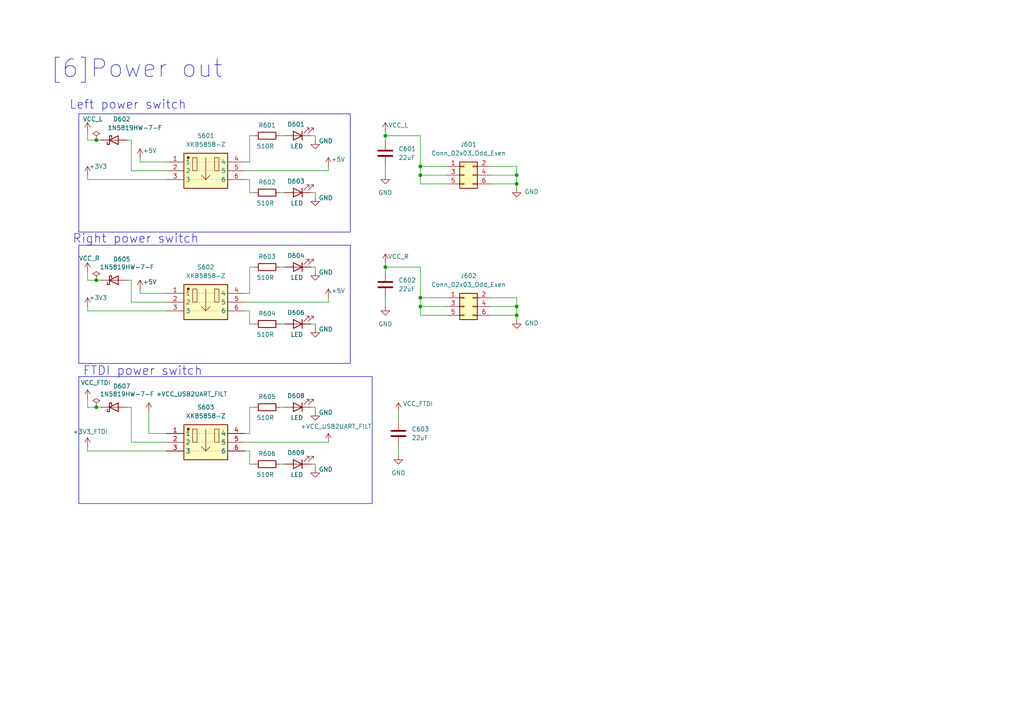
<source format=kicad_sch>
(kicad_sch (version 20250114) (generator "eeschema") (generator_version "9.0")
  (paper "A4")
  (lib_symbols
    (symbol "Connector_Generic:Conn_02x03_Odd_Even" (pin_names (offset 1.016) (hide yes))
      (property "Reference" "J" (at 1.27 5.08 0))
      (property "Value" "Conn_02x03_Odd_Even" (at 1.27 -5.08 0))
      (symbol "Conn_02x03_Odd_Even_1_1"
        (rectangle (start -1.27 3.81) (end 3.81 -3.81) (stroke (width 0.254)) (fill (type background)))
        (rectangle (start -1.27 2.667) (end 0 2.413) (stroke (width 0.1524)))
        (rectangle (start -1.27 0.127) (end 0 -0.127) (stroke (width 0.1524)))
        (rectangle (start -1.27 -2.413) (end 0 -2.667) (stroke (width 0.1524)))
        (rectangle (start 3.81 2.667) (end 2.54 2.413) (stroke (width 0.1524)))
        (rectangle (start 3.81 0.127) (end 2.54 -0.127) (stroke (width 0.1524)))
        (rectangle (start 3.81 -2.413) (end 2.54 -2.667) (stroke (width 0.1524)))
        (pin passive line (at -5.08 2.54 0) (length 3.81) (name "Pin_1") (number "1"))
        (pin passive line (at -5.08 0 0) (length 3.81) (name "Pin_3") (number "3"))
        (pin passive line (at -5.08 -2.54 0) (length 3.81) (name "Pin_5") (number "5"))
        (pin passive line (at 7.62 2.54 180) (length 3.81) (name "Pin_2") (number "2"))
        (pin passive line (at 7.62 0 180) (length 3.81) (name "Pin_4") (number "4"))
        (pin passive line (at 7.62 -2.54 180) (length 3.81) (name "Pin_6") (number "6"))
      )
    )
    (symbol "Device:C" (pin_numbers (hide yes)) (pin_names (offset 0.254))
      (property "Reference" "C" (at 0.635 2.54 0))
      (property "Value" "C" (at 0.635 -2.54 0))
      (symbol "C_0_1"
        (polyline (pts (xy -2.032 0.762) (xy 2.032 0.762)) (stroke (width 0.508)))
        (polyline (pts (xy -2.032 -0.762) (xy 2.032 -0.762)) (stroke (width 0.508)))
      )
      (symbol "C_1_1"
        (pin passive line (at 0 3.81 270) (length 2.794) (name "~") (number "1"))
        (pin passive line (at 0 -3.81 90) (length 2.794) (name "~") (number "2"))
      )
    )
    (symbol "Device:D_Schottky" (pin_numbers (hide yes)) (pin_names (offset 1.016) (hide yes))
      (property "Reference" "D" (at 0 2.54 0))
      (property "Value" "D_Schottky" (at 0 -2.54 0))
      (symbol "D_Schottky_0_1"
        (polyline (pts (xy -1.905 0.635) (xy -1.905 1.27) (xy -1.27 1.27) (xy -1.27 -1.27) (xy -0.635 -1.27) (xy -0.635 -0.635)) (stroke (width 0.254)))
        (polyline (pts (xy 1.27 1.27) (xy 1.27 -1.27) (xy -1.27 0) (xy 1.27 1.27)) (stroke (width 0.254)))
        (polyline (pts (xy 1.27 0) (xy -1.27 0)))
      )
      (symbol "D_Schottky_1_1"
        (pin passive line (at -3.81 0 0) (length 2.54) (name "K") (number "1"))
        (pin passive line (at 3.81 0 180) (length 2.54) (name "A") (number "2"))
      )
    )
    (symbol "Device:LED" (pin_numbers (hide yes)) (pin_names (offset 1.016) (hide yes))
      (property "Reference" "D" (at 0 2.54 0))
      (property "Value" "LED" (at 0 -2.54 0))
      (symbol "LED_0_1"
        (polyline (pts (xy -3.048 -0.762) (xy -4.572 -2.286) (xy -3.81 -2.286) (xy -4.572 -2.286) (xy -4.572 -1.524)))
        (polyline (pts (xy -1.778 -0.762) (xy -3.302 -2.286) (xy -2.54 -2.286) (xy -3.302 -2.286) (xy -3.302 -1.524)))
        (polyline (pts (xy -1.27 0) (xy 1.27 0)))
        (polyline (pts (xy -1.27 -1.27) (xy -1.27 1.27)) (stroke (width 0.254)))
        (polyline (pts (xy 1.27 -1.27) (xy 1.27 1.27) (xy -1.27 0) (xy 1.27 -1.27)) (stroke (width 0.254)))
      )
      (symbol "LED_1_1"
        (pin passive line (at -3.81 0 0) (length 2.54) (name "K") (number "1"))
        (pin passive line (at 3.81 0 180) (length 2.54) (name "A") (number "2"))
      )
    )
    (symbol "Device:R" (pin_numbers (hide yes)) (pin_names (offset 0))
      (property "Reference" "R" (at 2.032 0 90))
      (property "Value" "R" (at 0 0 90))
      (symbol "R_0_1"
        (rectangle (start -1.016 -2.54) (end 1.016 2.54) (stroke (width 0.254)))
      )
      (symbol "R_1_1"
        (pin passive line (at 0 3.81 270) (length 1.27) (name "~") (number "1"))
        (pin passive line (at 0 -3.81 90) (length 1.27) (name "~") (number "2"))
      )
    )
    (symbol "power:+3.3V" (power) (pin_numbers (hide yes)) (pin_names (offset 0) (hide yes))
      (property "Value" "+3.3V" (at 0 3.556 0))
      (symbol "+3.3V_0_1"
        (polyline (pts (xy -0.762 1.27) (xy 0 2.54)))
        (polyline (pts (xy 0 2.54) (xy 0.762 1.27)))
        (polyline (pts (xy 0 0) (xy 0 2.54)))
      )
      (symbol "+3.3V_1_1"
        (pin power_in line (at 0 0 90) (length 0) (name "~") (number "1"))
      )
    )
    (symbol "power:+5V" (power) (pin_numbers (hide yes)) (pin_names (offset 0) (hide yes))
      (property "Value" "+5V" (at 0 3.556 0))
      (symbol "+5V_0_1"
        (polyline (pts (xy -0.762 1.27) (xy 0 2.54)))
        (polyline (pts (xy 0 2.54) (xy 0.762 1.27)))
        (polyline (pts (xy 0 0) (xy 0 2.54)))
      )
      (symbol "+5V_1_1"
        (pin power_in line (at 0 0 90) (length 0) (name "~") (number "1"))
      )
    )
    (symbol "power:GND" (power) (pin_numbers (hide yes)) (pin_names (offset 0) (hide yes))
      (property "Value" "GND" (at 0 -3.81 0))
      (symbol "GND_0_1"
        (polyline (pts (xy 0 0) (xy 0 -1.27) (xy 1.27 -1.27) (xy 0 -2.54) (xy -1.27 -1.27) (xy 0 -1.27)))
      )
      (symbol "GND_1_1"
        (pin power_in line (at 0 0 270) (length 0) (name "~") (number "1"))
      )
    )
    (symbol "power:PWR_FLAG" (power) (pin_numbers (hide yes)) (pin_names (offset 0) (hide yes))
      (property "Value" "PWR_FLAG" (at 0 3.81 0))
      (symbol "PWR_FLAG_0_0"
        (pin power_out line (at 0 0 90) (length 0) (name "~") (number "1"))
      )
      (symbol "PWR_FLAG_0_1"
        (polyline (pts (xy 0 0) (xy 0 1.27) (xy -1.016 1.905) (xy 0 2.54) (xy 1.016 1.905) (xy 0 1.27)))
      )
    )
    (symbol "psu:XKB5858-Z"
      (property "Reference" "S" (at 21.59 5.08 0))
      (property "Value" "XKB5858-Z" (at 21.59 2.54 0))
      (symbol "XKB5858-Z_1_1"
        (rectangle (start 0 0) (end 12.7 -10.16) (stroke (width 0.254)) (fill (type background)))
        (polyline (pts (xy 0 -2.54) (xy 12.7 -2.54)) (stroke (width 0) (type dot)))
        (polyline (pts (xy 0 -5.08) (xy 12.7 -5.08)) (stroke (width 0) (type dot)))
        (polyline (pts (xy 0 -7.62) (xy 12.7 -7.62)) (stroke (width 0) (type dot)))
        (circle (center 1.27 -1.27) (radius 0.3175) (fill (type outline)))
        (rectangle (start 2.54 -1.27) (end 3.81 -5.08))
        (polyline (pts (xy 5.08 -6.35) (xy 6.35 -7.62)))
        (polyline (pts (xy 6.35 -1.27) (xy 6.35 -7.62)))
        (polyline (pts (xy 6.35 -7.62) (xy 6.35 -7.62)))
        (polyline (pts (xy 6.35 -7.62) (xy 7.62 -6.35)))
        (rectangle (start 8.89 -1.27) (end 10.16 -5.08))
        (pin passive line (at -5.08 -2.54 0) (length 5.08) (name "1") (number "1"))
        (pin passive line (at -5.08 -5.08 0) (length 5.08) (name "2") (number "2"))
        (pin passive line (at -5.08 -7.62 0) (length 5.08) (name "3") (number "3"))
        (pin passive line (at 17.78 -2.54 180) (length 5.08) (name "4") (number "4"))
        (pin passive line (at 17.78 -5.08 180) (length 5.08) (name "5") (number "5"))
        (pin passive line (at 17.78 -7.62 180) (length 5.08) (name "6") (number "6"))
      )
    )
  )
  (rectangle (start 22.86 109.22) (end 107.95 146.05))
  (rectangle (start 22.86 33.02) (end 101.6 67.31))
  (rectangle (start 22.86 71.12) (end 101.6 105.41))
  (text "FTDI power switch" (at 41.402 107.696 0) (effects (font (size 2.54 2.54))))
  (text "Left power switch" (at 37.084 30.48 0) (effects (font (size 2.54 2.54))))
  (text "Right power switch" (at 39.37 69.342 0) (effects (font (size 2.54 2.54))))
  (text "[6]Power out" (at 39.624 20.066 0) (effects (font (size 5.08 5.08))))
  (junction (at 149.86 50.8))
  (junction (at 121.92 48.26))
  (junction (at 27.94 40.64))
  (junction (at 149.86 53.34))
  (junction (at 121.92 88.9))
  (junction (at 27.94 118.11))
  (junction (at 121.92 86.36))
  (junction (at 149.86 88.9))
  (junction (at 27.94 81.28))
  (junction (at 111.76 77.47))
  (junction (at 111.76 39.37))
  (junction (at 121.92 50.8))
  (junction (at 149.86 91.44))
  (wire (pts (xy 121.92 86.36) (xy 129.54 86.36)))
  (wire (pts (xy 111.76 76.2) (xy 111.76 77.47)))
  (wire (pts (xy 72.39 130.81) (xy 72.39 134.62)))
  (wire (pts (xy 142.24 91.44) (xy 149.86 91.44)))
  (wire (pts (xy 25.4 130.81) (xy 48.26 130.81)))
  (wire (pts (xy 72.39 125.73) (xy 72.39 118.11)))
  (wire (pts (xy 71.12 85.09) (xy 72.39 85.09)))
  (wire (pts (xy 129.54 88.9) (xy 121.92 88.9)))
  (wire (pts (xy 90.17 93.98) (xy 91.44 93.98)))
  (wire (pts (xy 72.39 52.07) (xy 71.12 52.07)))
  (wire (pts (xy 111.76 88.9) (xy 111.76 86.36)))
  (wire (pts (xy 73.66 134.62) (xy 72.39 134.62)))
  (wire (pts (xy 72.39 118.11) (xy 73.66 118.11)))
  (wire (pts (xy 81.28 93.98) (xy 82.55 93.98)))
  (wire (pts (xy 72.39 46.99) (xy 72.39 39.37)))
  (wire (pts (xy 129.54 91.44) (xy 121.92 91.44)))
  (wire (pts (xy 90.17 118.11) (xy 91.44 118.11)))
  (wire (pts (xy 25.4 129.54) (xy 25.4 130.81)))
  (wire (pts (xy 25.4 81.28) (xy 27.94 81.28)))
  (wire (pts (xy 129.54 50.8) (xy 121.92 50.8)))
  (wire (pts (xy 149.86 88.9) (xy 149.86 91.44)))
  (wire (pts (xy 121.92 39.37) (xy 121.92 48.26)))
  (wire (pts (xy 72.39 90.17) (xy 72.39 93.98)))
  (wire (pts (xy 71.12 46.99) (xy 72.39 46.99)))
  (wire (pts (xy 25.4 40.64) (xy 27.94 40.64)))
  (wire (pts (xy 38.1 49.53) (xy 48.26 49.53)))
  (wire (pts (xy 142.24 53.34) (xy 149.86 53.34)))
  (wire (pts (xy 38.1 128.27) (xy 48.26 128.27)))
  (wire (pts (xy 149.86 53.34) (xy 149.86 54.61)))
  (wire (pts (xy 40.64 46.99) (xy 48.26 46.99)))
  (wire (pts (xy 121.92 88.9) (xy 121.92 86.36)))
  (wire (pts (xy 81.28 77.47) (xy 82.55 77.47)))
  (wire (pts (xy 149.86 50.8) (xy 149.86 53.34)))
  (wire (pts (xy 38.1 118.11) (xy 38.1 128.27)))
  (wire (pts (xy 81.28 55.88) (xy 82.55 55.88)))
  (wire (pts (xy 25.4 50.8) (xy 25.4 52.07)))
  (wire (pts (xy 142.24 50.8) (xy 149.86 50.8)))
  (wire (pts (xy 36.83 40.64) (xy 38.1 40.64)))
  (wire (pts (xy 121.92 77.47) (xy 121.92 86.36)))
  (wire (pts (xy 95.25 86.36) (xy 95.25 87.63)))
  (wire (pts (xy 72.39 77.47) (xy 73.66 77.47)))
  (wire (pts (xy 81.28 39.37) (xy 82.55 39.37)))
  (wire (pts (xy 121.92 48.26) (xy 129.54 48.26)))
  (wire (pts (xy 90.17 77.47) (xy 91.44 77.47)))
  (wire (pts (xy 91.44 118.11) (xy 91.44 119.38)))
  (wire (pts (xy 149.86 91.44) (xy 149.86 92.71)))
  (wire (pts (xy 142.24 86.36) (xy 149.86 86.36)))
  (wire (pts (xy 27.94 40.64) (xy 29.21 40.64)))
  (wire (pts (xy 40.64 83.82) (xy 40.64 85.09)))
  (wire (pts (xy 27.94 81.28) (xy 29.21 81.28)))
  (wire (pts (xy 121.92 91.44) (xy 121.92 88.9)))
  (wire (pts (xy 149.86 86.36) (xy 149.86 88.9)))
  (wire (pts (xy 38.1 87.63) (xy 48.26 87.63)))
  (wire (pts (xy 121.92 53.34) (xy 121.92 50.8)))
  (wire (pts (xy 43.18 119.38) (xy 43.18 125.73)))
  (wire (pts (xy 115.57 132.08) (xy 115.57 129.54)))
  (wire (pts (xy 91.44 77.47) (xy 91.44 78.74)))
  (wire (pts (xy 27.94 118.11) (xy 29.21 118.11)))
  (wire (pts (xy 25.4 52.07) (xy 48.26 52.07)))
  (wire (pts (xy 40.64 85.09) (xy 48.26 85.09)))
  (wire (pts (xy 111.76 77.47) (xy 111.76 78.74)))
  (wire (pts (xy 81.28 118.11) (xy 82.55 118.11)))
  (wire (pts (xy 95.25 48.26) (xy 95.25 49.53)))
  (wire (pts (xy 71.12 125.73) (xy 72.39 125.73)))
  (wire (pts (xy 90.17 134.62) (xy 91.44 134.62)))
  (wire (pts (xy 73.66 93.98) (xy 72.39 93.98)))
  (wire (pts (xy 142.24 48.26) (xy 149.86 48.26)))
  (wire (pts (xy 111.76 38.1) (xy 111.76 39.37)))
  (wire (pts (xy 72.39 90.17) (xy 71.12 90.17)))
  (wire (pts (xy 91.44 134.62) (xy 91.44 135.89)))
  (wire (pts (xy 38.1 81.28) (xy 36.83 81.28)))
  (wire (pts (xy 73.66 55.88) (xy 72.39 55.88)))
  (wire (pts (xy 25.4 88.9) (xy 25.4 90.17)))
  (wire (pts (xy 81.28 134.62) (xy 82.55 134.62)))
  (wire (pts (xy 25.4 115.57) (xy 25.4 118.11)))
  (wire (pts (xy 25.4 118.11) (xy 27.94 118.11)))
  (wire (pts (xy 72.39 130.81) (xy 71.12 130.81)))
  (wire (pts (xy 25.4 78.74) (xy 25.4 81.28)))
  (wire (pts (xy 71.12 128.27) (xy 95.25 128.27)))
  (wire (pts (xy 91.44 39.37) (xy 91.44 40.64)))
  (wire (pts (xy 142.24 88.9) (xy 149.86 88.9)))
  (wire (pts (xy 149.86 48.26) (xy 149.86 50.8)))
  (wire (pts (xy 36.83 118.11) (xy 38.1 118.11)))
  (wire (pts (xy 90.17 39.37) (xy 91.44 39.37)))
  (wire (pts (xy 71.12 87.63) (xy 95.25 87.63)))
  (wire (pts (xy 121.92 50.8) (xy 121.92 48.26)))
  (wire (pts (xy 25.4 90.17) (xy 48.26 90.17)))
  (wire (pts (xy 111.76 50.8) (xy 111.76 48.26)))
  (wire (pts (xy 111.76 77.47) (xy 121.92 77.47)))
  (wire (pts (xy 38.1 40.64) (xy 38.1 49.53)))
  (wire (pts (xy 71.12 49.53) (xy 95.25 49.53)))
  (wire (pts (xy 90.17 55.88) (xy 91.44 55.88)))
  (wire (pts (xy 72.39 39.37) (xy 73.66 39.37)))
  (wire (pts (xy 43.18 125.73) (xy 48.26 125.73)))
  (wire (pts (xy 72.39 85.09) (xy 72.39 77.47)))
  (wire (pts (xy 25.4 38.1) (xy 25.4 40.64)))
  (wire (pts (xy 91.44 55.88) (xy 91.44 57.15)))
  (wire (pts (xy 115.57 119.38) (xy 115.57 121.92)))
  (wire (pts (xy 91.44 93.98) (xy 91.44 95.25)))
  (wire (pts (xy 40.64 45.72) (xy 40.64 46.99)))
  (wire (pts (xy 129.54 53.34) (xy 121.92 53.34)))
  (wire (pts (xy 111.76 39.37) (xy 111.76 40.64)))
  (wire (pts (xy 38.1 81.28) (xy 38.1 87.63)))
  (wire (pts (xy 111.76 39.37) (xy 121.92 39.37)))
  (wire (pts (xy 72.39 52.07) (xy 72.39 55.88)))
  (symbol (lib_id "Device:R") (at 77.47 77.47 270) (unit 1)
    (property "Reference" "R603" (at 77.47 74.422 90))
    (property "Value" "510R" (at 76.962 80.518 90))
    (property "Footprint" "Resistor_SMD:R_0402_1005Metric" (effects (hide yes)))
    (property "Description" "Resistor" (effects (hide yes)))
    (property "Manufacturer" "UNI-ROYAL" (effects (hide yes)))
    (property "Manufacturer Part Number" "0402WGF5100TCE" (effects (hide yes)))
  )
  (symbol (lib_id "Device:R") (at 77.47 118.11 270) (unit 1)
    (property "Reference" "R605" (at 77.47 115.062 90))
    (property "Value" "510R" (at 76.962 121.158 90))
    (property "Footprint" "Resistor_SMD:R_0402_1005Metric" (effects (hide yes)))
    (property "Description" "Resistor" (effects (hide yes)))
    (property "Manufacturer" "UNI-ROYAL" (effects (hide yes)))
    (property "Manufacturer Part Number" "0402WGF5100TCE" (effects (hide yes)))
  )
  (symbol (lib_id "Device:C") (at 115.57 125.73 0) (unit 1)
    (property "Reference" "C603" (at 119.38 124.46 0) (effects (justify left)))
    (property "Value" "22uF" (at 119.38 127 0) (effects (justify left)))
    (property "Footprint" "Capacitor_SMD:C_0603_1608Metric" (effects (hide yes)))
    (property "Manufacturer" "Samsung Electro-Mechanics" (effects (hide yes)))
    (property "DigiKey Part Number" "1276-6687-6-ND" (effects (hide yes)))
    (property "Manufacturer Part Number" "CL10A226MP8NUNE" (effects (hide yes)))
  )
  (symbol (lib_id "power:+3.3V") (at 95.25 86.36 0) (unit 1)
    (property "Reference" "#PWR0614" (effects (hide yes)))
    (property "Value" "+5V" (at 98.044 84.328 0))
    (property "Description" "Power symbol creates a global label with name \"+5V\"" (effects (hide yes)))
  )
  (symbol (lib_id "Device:R") (at 77.47 39.37 270) (unit 1)
    (property "Reference" "R601" (at 77.47 36.322 90))
    (property "Value" "510R" (at 76.962 42.418 90))
    (property "Footprint" "Resistor_SMD:R_0402_1005Metric" (effects (hide yes)))
    (property "Description" "Resistor" (effects (hide yes)))
    (property "Manufacturer" "UNI-ROYAL" (effects (hide yes)))
    (property "Manufacturer Part Number" "0402WGF5100TCE" (effects (hide yes)))
  )
  (symbol (lib_id "Device:D_Schottky") (at 33.02 81.28 0) (mirror x) (unit 1)
    (property "Reference" "D605" (at 35.306 75.184 0))
    (property "Value" "1N5819HW-7-F" (at 36.83 77.47 0))
    (property "Footprint" "Diode_SMD:D_SOD-123" (effects (hide yes)))
    (property "Description" "Schottky diode" (effects (hide yes)))
    (property "Manufacturer" "DIODES" (effects (hide yes)))
    (property "Manufacturer Part Number" "1N5819HW-7-F" (effects (hide yes)))
  )
  (symbol (lib_id "power:GND") (at 149.86 54.61 0) (mirror y) (unit 1)
    (property "Reference" "#PWR0608" (effects (hide yes)))
    (property "Value" "GND" (at 154.178 55.626 0))
    (property "Description" "Power symbol creates a global label with name \"GND\" , ground" (effects (hide yes)))
  )
  (symbol (lib_id "Device:D_Schottky") (at 33.02 118.11 0) (mirror x) (unit 1)
    (property "Reference" "D607" (at 35.306 112.014 0))
    (property "Value" "1N5819HW-7-F" (at 36.83 114.3 0))
    (property "Footprint" "Diode_SMD:D_SOD-123" (effects (hide yes)))
    (property "Description" "Schottky diode" (effects (hide yes)))
    (property "Manufacturer" "DIODES" (effects (hide yes)))
    (property "Manufacturer Part Number" "1N5819HW-7-F" (effects (hide yes)))
  )
  (symbol (lib_id "power:PWR_FLAG") (at 27.94 40.64 0) (unit 1)
    (property "Reference" "#FLG0601" (effects (hide yes)))
    (property "Value" "PWR_FLAG" (effects (hide yes)))
    (property "Description" "Special symbol for telling ERC where power comes from" (effects (hide yes)))
  )
  (symbol (lib_id "power:GND") (at 91.44 95.25 0) (mirror y) (unit 1)
    (property "Reference" "#PWR0618" (effects (hide yes)))
    (property "Value" "GND" (at 94.488 95.504 0))
    (property "Description" "Power symbol creates a global label with name \"GND\" , ground" (effects (hide yes)))
  )
  (symbol (lib_id "power:PWR_FLAG") (at 27.94 81.28 0) (unit 1)
    (property "Reference" "#FLG0602" (effects (hide yes)))
    (property "Value" "PWR_FLAG" (effects (hide yes)))
    (property "Description" "Special symbol for telling ERC where power comes from" (effects (hide yes)))
  )
  (symbol (lib_id "power:GND") (at 91.44 78.74 0) (mirror y) (unit 1)
    (property "Reference" "#PWR0612" (effects (hide yes)))
    (property "Value" "GND" (at 94.488 78.994 0))
    (property "Description" "Power symbol creates a global label with name \"GND\" , ground" (effects (hide yes)))
  )
  (symbol (lib_id "Device:LED") (at 86.36 55.88 180) (unit 1)
    (property "Reference" "D603" (at 85.852 52.578 0))
    (property "Value" "LED" (at 86.106 58.928 0))
    (property "Footprint" "LED_SMD:LED_0603_1608Metric" (effects (hide yes)))
    (property "Description" "Light emitting diode" (effects (hide yes)))
    (property "Sim.Pins" "1=K 2=A" (effects (hide yes)))
    (property "Manufacturer" "XINGLIGHT" (effects (hide yes)))
    (property "Manufacturer Part Number" "XL-1608SURC-06" (effects (hide yes)))
  )
  (symbol (lib_id "power:+3.3V") (at 25.4 50.8 0) (unit 1)
    (property "Reference" "#PWR0606" (effects (hide yes)))
    (property "Value" "+3V3" (at 28.448 48.26 0))
    (property "Description" "Power symbol creates a global label with name \"+3.3V\"" (effects (hide yes)))
  )
  (symbol (lib_id "Connector_Generic:Conn_02x03_Odd_Even") (at 134.62 50.8 0) (unit 1)
    (property "Reference" "J601" (at 135.89 41.91 0))
    (property "Value" "Conn_02x03_Odd_Even" (at 135.89 44.45 0))
    (property "Footprint" "Connector_PinHeader_2.54mm:PinHeader_2x03_P2.54mm_Vertical" (effects (hide yes)))
    (property "Description" "Generic connector, double row, 02x03, odd/even pin numbering scheme (row 1 odd numbers, row 2 even numbers), script generated (kicad-library-utils/schlib/autogen/connector/)" (effects (hide yes)))
  )
  (symbol (lib_id "Device:LED") (at 86.36 93.98 180) (unit 1)
    (property "Reference" "D606" (at 85.852 90.678 0))
    (property "Value" "LED" (at 86.106 97.028 0))
    (property "Footprint" "LED_SMD:LED_0603_1608Metric" (effects (hide yes)))
    (property "Description" "Light emitting diode" (effects (hide yes)))
    (property "Sim.Pins" "1=K 2=A" (effects (hide yes)))
    (property "Manufacturer" "XINGLIGHT" (effects (hide yes)))
    (property "Manufacturer Part Number" "XL-1608SURC-06" (effects (hide yes)))
  )
  (symbol (lib_id "Connector_Generic:Conn_02x03_Odd_Even") (at 134.62 88.9 0) (unit 1)
    (property "Reference" "J602" (at 135.89 80.01 0))
    (property "Value" "Conn_02x03_Odd_Even" (at 135.89 82.55 0))
    (property "Footprint" "Connector_PinHeader_2.54mm:PinHeader_2x03_P2.54mm_Vertical" (effects (hide yes)))
    (property "Description" "Generic connector, double row, 02x03, odd/even pin numbering scheme (row 1 odd numbers, row 2 even numbers), script generated (kicad-library-utils/schlib/autogen/connector/)" (effects (hide yes)))
  )
  (symbol (lib_id "power:+3.3V") (at 25.4 38.1 0) (unit 1)
    (property "Reference" "#PWR0601" (effects (hide yes)))
    (property "Value" "VCC_L" (at 26.924 34.544 0))
    (property "Description" "Power symbol creates a global label with name \"+5V\"" (effects (hide yes)))
  )
  (symbol (lib_id "Device:LED") (at 86.36 77.47 180) (unit 1)
    (property "Reference" "D604" (at 85.852 74.168 0))
    (property "Value" "LED" (at 86.106 80.518 0))
    (property "Footprint" "LED_SMD:LED_0603_1608Metric" (effects (hide yes)))
    (property "Description" "Light emitting diode" (effects (hide yes)))
    (property "Sim.Pins" "1=K 2=A" (effects (hide yes)))
    (property "Manufacturer" "XINGLIGHT" (effects (hide yes)))
    (property "Manufacturer Part Number" "XL-1608SURC-06" (effects (hide yes)))
  )
  (symbol (lib_id "power:+3.3V") (at 95.25 48.26 0) (unit 1)
    (property "Reference" "#PWR0605" (effects (hide yes)))
    (property "Value" "+5V" (at 98.044 46.228 0))
    (property "Description" "Power symbol creates a global label with name \"+5V\"" (effects (hide yes)))
  )
  (symbol (lib_id "power:+3.3V") (at 25.4 88.9 0) (unit 1)
    (property "Reference" "#PWR0615" (effects (hide yes)))
    (property "Value" "+3V3" (at 28.448 86.36 0))
    (property "Description" "Power symbol creates a global label with name \"+3.3V\"" (effects (hide yes)))
  )
  (symbol (lib_id "power:GND") (at 115.57 132.08 0) (mirror y) (unit 1)
    (property "Reference" "#PWR0625" (effects (hide yes)))
    (property "Value" "GND" (at 115.57 137.16 0))
    (property "Description" "Power symbol creates a global label with name \"GND\" , ground" (effects (hide yes)))
  )
  (symbol (lib_id "power:+3.3V") (at 111.76 38.1 0) (unit 1)
    (property "Reference" "#PWR0602" (effects (hide yes)))
    (property "Value" "VCC_L" (at 115.57 36.322 0))
    (property "Description" "Power symbol creates a global label with name \"+5V\"" (effects (hide yes)))
  )
  (symbol (lib_id "Device:R") (at 77.47 55.88 270) (unit 1)
    (property "Reference" "R602" (at 77.47 52.832 90))
    (property "Value" "510R" (at 76.962 58.928 90))
    (property "Footprint" "Resistor_SMD:R_0402_1005Metric" (effects (hide yes)))
    (property "Description" "Resistor" (effects (hide yes)))
    (property "Manufacturer" "UNI-ROYAL" (effects (hide yes)))
    (property "Manufacturer Part Number" "0402WGF5100TCE" (effects (hide yes)))
  )
  (symbol (lib_id "Device:LED") (at 86.36 118.11 180) (unit 1)
    (property "Reference" "D608" (at 85.852 114.808 0))
    (property "Value" "LED" (at 86.106 121.158 0))
    (property "Footprint" "LED_SMD:LED_0603_1608Metric" (effects (hide yes)))
    (property "Description" "Light emitting diode" (effects (hide yes)))
    (property "Sim.Pins" "1=K 2=A" (effects (hide yes)))
    (property "Manufacturer" "XINGLIGHT" (effects (hide yes)))
    (property "Manufacturer Part Number" "XL-1608SURC-06" (effects (hide yes)))
  )
  (symbol (lib_id "power:+3.3V") (at 40.64 45.72 0) (unit 1)
    (property "Reference" "#PWR0604" (effects (hide yes)))
    (property "Value" "+5V" (at 43.434 43.688 0))
    (property "Description" "Power symbol creates a global label with name \"+5V\"" (effects (hide yes)))
  )
  (symbol (lib_id "psu:XKB5858-Z") (at 53.34 44.45 0) (unit 1)
    (property "Reference" "S601" (at 59.69 39.37 0))
    (property "Value" "XKB5858-Z" (at 59.69 41.91 0))
    (property "Footprint" "psu:XKB5858Z" (effects (hide yes)))
    (property "Datasheet" "http://www.helloxkb.com/public/images/pdf/XKB5858-X.pdf" (effects (hide yes)))
    (property "Description" "Button switch 5.8x5.8x10 plug-in self-locking tall PPA" (effects (hide yes)))
    (property "Height" "10.1" (effects (hide yes)))
    (property "Manufacturer" "XKB Connectivity" (effects (hide yes)))
    (property "Manufacturer Part Number" "XKB5858-Z" (effects (hide yes)))
  )
  (symbol (lib_id "power:+5V") (at 25.4 129.54 0) (unit 1)
    (property "Reference" "#PWR0624" (effects (hide yes)))
    (property "Value" "+3V3_FTDI" (at 21.082 125.222 0) (effects (justify left)))
    (property "Description" "Power symbol creates a global label with name \"+5V\"" (effects (hide yes)))
  )
  (symbol (lib_id "power:GND") (at 91.44 57.15 0) (mirror y) (unit 1)
    (property "Reference" "#PWR0609" (effects (hide yes)))
    (property "Value" "GND" (at 94.488 57.404 0))
    (property "Description" "Power symbol creates a global label with name \"GND\" , ground" (effects (hide yes)))
  )
  (symbol (lib_id "Device:R") (at 77.47 134.62 270) (unit 1)
    (property "Reference" "R606" (at 77.47 131.572 90))
    (property "Value" "510R" (at 76.962 137.668 90))
    (property "Footprint" "Resistor_SMD:R_0402_1005Metric" (effects (hide yes)))
    (property "Description" "Resistor" (effects (hide yes)))
    (property "Manufacturer" "UNI-ROYAL" (effects (hide yes)))
    (property "Manufacturer Part Number" "0402WGF5100TCE" (effects (hide yes)))
  )
  (symbol (lib_id "Device:C") (at 111.76 44.45 0) (unit 1)
    (property "Reference" "C601" (at 115.57 43.18 0) (effects (justify left)))
    (property "Value" "22uF" (at 115.57 45.72 0) (effects (justify left)))
    (property "Footprint" "Capacitor_SMD:C_0603_1608Metric" (effects (hide yes)))
    (property "Manufacturer" "Samsung Electro-Mechanics" (effects (hide yes)))
    (property "DigiKey Part Number" "1276-6687-6-ND" (effects (hide yes)))
    (property "Manufacturer Part Number" "CL10A226MP8NUNE" (effects (hide yes)))
  )
  (symbol (lib_id "power:GND") (at 91.44 40.64 0) (mirror y) (unit 1)
    (property "Reference" "#PWR0603" (effects (hide yes)))
    (property "Value" "GND" (at 94.488 40.894 0))
    (property "Description" "Power symbol creates a global label with name \"GND\" , ground" (effects (hide yes)))
  )
  (symbol (lib_id "Device:LED") (at 86.36 134.62 180) (unit 1)
    (property "Reference" "D609" (at 85.852 131.318 0))
    (property "Value" "LED" (at 86.106 137.668 0))
    (property "Footprint" "LED_SMD:LED_0603_1608Metric" (effects (hide yes)))
    (property "Description" "Light emitting diode" (effects (hide yes)))
    (property "Sim.Pins" "1=K 2=A" (effects (hide yes)))
    (property "Manufacturer" "XINGLIGHT" (effects (hide yes)))
    (property "Manufacturer Part Number" "XL-1608SURC-06" (effects (hide yes)))
  )
  (symbol (lib_id "power:GND") (at 91.44 135.89 0) (mirror y) (unit 1)
    (property "Reference" "#PWR0626" (effects (hide yes)))
    (property "Value" "GND" (at 94.488 136.144 0))
    (property "Description" "Power symbol creates a global label with name \"GND\" , ground" (effects (hide yes)))
  )
  (symbol (lib_id "power:GND") (at 91.44 119.38 0) (mirror y) (unit 1)
    (property "Reference" "#PWR0621" (effects (hide yes)))
    (property "Value" "GND" (at 94.488 119.634 0))
    (property "Description" "Power symbol creates a global label with name \"GND\" , ground" (effects (hide yes)))
  )
  (symbol (lib_id "psu:XKB5858-Z") (at 53.34 123.19 0) (unit 1)
    (property "Reference" "S603" (at 59.69 118.11 0))
    (property "Value" "XKB5858-Z" (at 59.69 120.65 0))
    (property "Footprint" "psu:XKB5858Z" (effects (hide yes)))
    (property "Datasheet" "http://www.helloxkb.com/public/images/pdf/XKB5858-X.pdf" (effects (hide yes)))
    (property "Description" "Button switch 5.8x5.8x10 plug-in self-locking tall PPA" (effects (hide yes)))
    (property "Height" "10.1" (effects (hide yes)))
    (property "Manufacturer" "XKB Connectivity" (effects (hide yes)))
    (property "Manufacturer Part Number" "XKB5858-Z" (effects (hide yes)))
  )
  (symbol (lib_id "power:+5V") (at 95.25 128.27 0) (unit 1)
    (property "Reference" "#PWR0623" (effects (hide yes)))
    (property "Value" "+VCC_USB2UART_FILT" (at 87.122 123.698 0) (effects (justify left)))
    (property "Description" "Power symbol creates a global label with name \"+5V\"" (effects (hide yes)))
  )
  (symbol (lib_id "power:+3.3V") (at 40.64 83.82 0) (unit 1)
    (property "Reference" "#PWR0613" (effects (hide yes)))
    (property "Value" "+5V" (at 43.434 81.788 0))
    (property "Description" "Power symbol creates a global label with name \"+5V\"" (effects (hide yes)))
  )
  (symbol (lib_id "Device:LED") (at 86.36 39.37 180) (unit 1)
    (property "Reference" "D601" (at 85.852 36.068 0))
    (property "Value" "LED" (at 86.106 42.418 0))
    (property "Footprint" "LED_SMD:LED_0603_1608Metric" (effects (hide yes)))
    (property "Description" "Light emitting diode" (effects (hide yes)))
    (property "Sim.Pins" "1=K 2=A" (effects (hide yes)))
    (property "Manufacturer" "XINGLIGHT" (effects (hide yes)))
    (property "Manufacturer Part Number" "XL-1608SURC-06" (effects (hide yes)))
  )
  (symbol (lib_id "psu:XKB5858-Z") (at 53.34 82.55 0) (unit 1)
    (property "Reference" "S602" (at 59.69 77.47 0))
    (property "Value" "XKB5858-Z" (at 59.69 80.01 0))
    (property "Footprint" "psu:XKB5858Z" (effects (hide yes)))
    (property "Datasheet" "http://www.helloxkb.com/public/images/pdf/XKB5858-X.pdf" (effects (hide yes)))
    (property "Description" "Button switch 5.8x5.8x10 plug-in self-locking tall PPA" (effects (hide yes)))
    (property "Height" "10.1" (effects (hide yes)))
    (property "Manufacturer" "XKB Connectivity" (effects (hide yes)))
    (property "Manufacturer Part Number" "XKB5858-Z" (effects (hide yes)))
  )
  (symbol (lib_id "power:GND") (at 111.76 50.8 0) (mirror y) (unit 1)
    (property "Reference" "#PWR0607" (effects (hide yes)))
    (property "Value" "GND" (at 111.76 55.88 0))
    (property "Description" "Power symbol creates a global label with name \"GND\" , ground" (effects (hide yes)))
  )
  (symbol (lib_id "power:GND") (at 111.76 88.9 0) (mirror y) (unit 1)
    (property "Reference" "#PWR0616" (effects (hide yes)))
    (property "Value" "GND" (at 111.76 93.98 0))
    (property "Description" "Power symbol creates a global label with name \"GND\" , ground" (effects (hide yes)))
  )
  (symbol (lib_id "power:PWR_FLAG") (at 27.94 118.11 0) (unit 1)
    (property "Reference" "#FLG0603" (effects (hide yes)))
    (property "Value" "PWR_FLAG" (effects (hide yes)))
    (property "Description" "Special symbol for telling ERC where power comes from" (effects (hide yes)))
  )
  (symbol (lib_id "Device:D_Schottky") (at 33.02 40.64 0) (mirror x) (unit 1)
    (property "Reference" "D602" (at 35.306 34.544 0))
    (property "Value" "1N5819HW-7-F" (at 39.116 37.084 0))
    (property "Footprint" "Diode_SMD:D_SOD-123" (effects (hide yes)))
    (property "Description" "Schottky diode" (effects (hide yes)))
    (property "Manufacturer" "DIODES" (effects (hide yes)))
    (property "Manufacturer Part Number" "1N5819HW-7-F" (effects (hide yes)))
  )
  (symbol (lib_id "power:+5V") (at 43.18 119.38 0) (unit 1)
    (property "Reference" "#PWR0620" (effects (hide yes)))
    (property "Value" "+VCC_USB2UART_FILT" (at 45.212 114.3 0) (effects (justify left)))
    (property "Description" "Power symbol creates a global label with name \"+5V\"" (effects (hide yes)))
  )
  (symbol (lib_id "Device:R") (at 77.47 93.98 270) (unit 1)
    (property "Reference" "R604" (at 77.47 90.932 90))
    (property "Value" "510R" (at 76.962 97.028 90))
    (property "Footprint" "Resistor_SMD:R_0402_1005Metric" (effects (hide yes)))
    (property "Description" "Resistor" (effects (hide yes)))
    (property "Manufacturer" "UNI-ROYAL" (effects (hide yes)))
    (property "Manufacturer Part Number" "0402WGF5100TCE" (effects (hide yes)))
  )
  (symbol (lib_id "power:GND") (at 149.86 92.71 0) (mirror y) (unit 1)
    (property "Reference" "#PWR0617" (effects (hide yes)))
    (property "Value" "GND" (at 154.178 93.726 0))
    (property "Description" "Power symbol creates a global label with name \"GND\" , ground" (effects (hide yes)))
  )
  (symbol (lib_id "power:+5V") (at 25.4 115.57 0) (unit 1)
    (property "Reference" "#PWR0619" (effects (hide yes)))
    (property "Value" "VCC_FTDI" (at 23.368 110.998 0) (effects (justify left)))
    (property "Description" "Power symbol creates a global label with name \"+5V\"" (effects (hide yes)))
  )
  (symbol (lib_id "power:+5V") (at 115.57 119.38 0) (unit 1)
    (property "Reference" "#PWR0622" (effects (hide yes)))
    (property "Value" "VCC_FTDI" (at 116.84 117.094 0) (effects (justify left)))
    (property "Description" "Power symbol creates a global label with name \"+5V\"" (effects (hide yes)))
  )
  (symbol (lib_id "Device:C") (at 111.76 82.55 0) (unit 1)
    (property "Reference" "C602" (at 115.57 81.28 0) (effects (justify left)))
    (property "Value" "22uF" (at 115.57 83.82 0) (effects (justify left)))
    (property "Footprint" "Capacitor_SMD:C_0603_1608Metric" (effects (hide yes)))
    (property "Manufacturer" "Samsung Electro-Mechanics" (effects (hide yes)))
    (property "DigiKey Part Number" "1276-6687-6-ND" (effects (hide yes)))
    (property "Manufacturer Part Number" "CL10A226MP8NUNE" (effects (hide yes)))
  )
  (symbol (lib_id "power:+3.3V") (at 25.4 78.74 0) (unit 1)
    (property "Reference" "#PWR0611" (effects (hide yes)))
    (property "Value" "VCC_R" (at 25.908 74.93 0))
    (property "Description" "Power symbol creates a global label with name \"+5V\"" (effects (hide yes)))
  )
  (symbol (lib_id "power:+3.3V") (at 111.76 76.2 0) (unit 1)
    (property "Reference" "#PWR0610" (effects (hide yes)))
    (property "Value" "VCC_R" (at 115.57 74.422 0))
    (property "Description" "Power symbol creates a global label with name \"+5V\"" (effects (hide yes)))
  )
)
</source>
